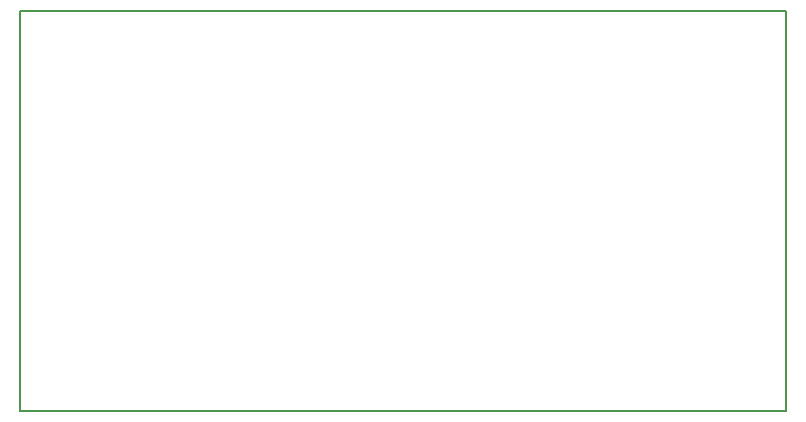
<source format=gbo>
G04 MADE WITH FRITZING*
G04 WWW.FRITZING.ORG*
G04 DOUBLE SIDED*
G04 HOLES PLATED*
G04 CONTOUR ON CENTER OF CONTOUR VECTOR*
%ASAXBY*%
%FSLAX23Y23*%
%MOIN*%
%OFA0B0*%
%SFA1.0B1.0*%
%ADD10R,2.559060X1.338580X2.543060X1.322580*%
%ADD11C,0.008000*%
%LNSILK0*%
G90*
G70*
G54D11*
X4Y1335D02*
X2555Y1335D01*
X2555Y4D01*
X4Y4D01*
X4Y1335D01*
D02*
G04 End of Silk0*
M02*
</source>
